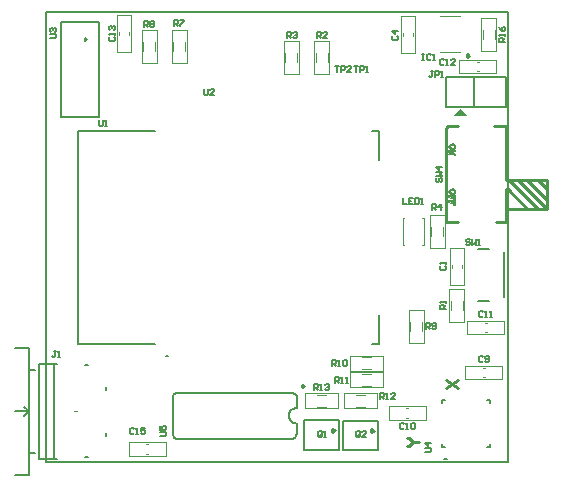
<source format=gto>
G04*
G04 #@! TF.GenerationSoftware,Altium Limited,Altium Designer,21.0.8 (223)*
G04*
G04 Layer_Color=65535*
%FSLAX25Y25*%
%MOIN*%
G70*
G04*
G04 #@! TF.SameCoordinates,86129925-6DC0-4F64-9783-D3B182DB2879*
G04*
G04*
G04 #@! TF.FilePolarity,Positive*
G04*
G01*
G75*
%ADD10C,0.00500*%
%ADD11C,0.00984*%
%ADD12C,0.00787*%
%ADD13C,0.01000*%
%ADD14C,0.00800*%
%ADD15C,0.00400*%
%ADD16C,0.00394*%
%ADD17C,0.00700*%
%ADD18C,0.00315*%
%ADD19C,0.00600*%
G36*
X194900Y163900D02*
X192400Y161400D01*
X197400D01*
X194900Y163900D01*
D02*
G37*
D10*
X70224Y187000D02*
X69588Y187367D01*
Y186633D01*
X70224Y187000D01*
X61600Y161200D02*
Y192800D01*
Y161200D02*
X74200D01*
Y192800D01*
X61600D02*
X74200D01*
X67303Y156433D02*
X92894D01*
X67303Y85567D02*
Y156433D01*
Y85567D02*
X92894D01*
X165138Y156433D02*
X167697D01*
Y146787D02*
Y156433D01*
Y85567D02*
Y95213D01*
X165138Y85567D02*
X167697D01*
X209200Y101000D02*
Y116000D01*
X200600Y117100D02*
X204400D01*
X200600Y99900D02*
X204400D01*
X188705Y51000D02*
X189734D01*
X188705D02*
Y52030D01*
X204453Y51000D02*
Y52030D01*
X203423Y51000D02*
X204453D01*
X203423Y66748D02*
X204453D01*
Y65719D02*
Y66748D01*
X188705Y65719D02*
Y66748D01*
X189734D01*
X155600Y50221D02*
Y59921D01*
X167400Y50221D02*
Y59921D01*
X155600Y50221D02*
X167400D01*
X155600Y59921D02*
X167400D01*
X142600Y50300D02*
Y60000D01*
X154400Y50300D02*
Y60000D01*
X142600Y50300D02*
X154400D01*
X142600Y60000D02*
X154400D01*
X56500Y46000D02*
X210500D01*
X56500Y196000D02*
X210500D01*
X56500D02*
X77500D01*
X210500Y46000D02*
X210500Y196000D01*
X189500D02*
X210500D01*
Y175000D02*
Y196000D01*
Y46000D02*
Y67000D01*
X189500Y46000D02*
X210500D01*
X56500D02*
Y67000D01*
Y46000D02*
X77500D01*
X56500D02*
X56500Y196000D01*
D11*
X197597Y181562D02*
X196859Y181988D01*
Y181136D01*
X197597Y181562D01*
X165792Y56621D02*
X165054Y57047D01*
Y56195D01*
X165792Y56621D01*
X152792Y56700D02*
X152054Y57126D01*
Y56274D01*
X152792Y56700D01*
D12*
X97224Y81630D02*
X96437D01*
X97224D01*
X190083Y47063D02*
X189295D01*
X190083D01*
X49252Y64575D02*
X50827Y63000D01*
X49252Y61425D02*
X50827Y63000D01*
X46102D02*
X50827D01*
Y76780D02*
X52795D01*
X50827Y49220D02*
X52795D01*
X76614Y70087D02*
Y71268D01*
X69724Y47646D02*
X70512D01*
X56535Y47252D02*
Y78748D01*
X59291Y47252D02*
Y78748D01*
X54173Y47252D02*
X60276D01*
X54173Y78748D02*
X60276D01*
X54173Y47252D02*
Y78748D01*
X69724Y78354D02*
X70512D01*
X76614Y54732D02*
Y55913D01*
X46102Y84260D02*
X50827D01*
Y41740D02*
Y84260D01*
X46102Y41740D02*
X50827D01*
D13*
X142500Y71500D02*
X141750Y71933D01*
Y71067D01*
X142500Y71500D01*
X210000Y140000D02*
X219500D01*
X210000Y130500D02*
X219500D01*
X190000Y157500D02*
X190500Y158000D01*
X194000D01*
X190000Y126000D02*
Y157500D01*
Y126000D02*
X194000D01*
X206500D02*
X210000D01*
Y130500D01*
Y140000D02*
Y158000D01*
X206000D02*
X210000D01*
X219500Y140000D02*
X223500D01*
Y130500D02*
Y140000D01*
X219500Y130500D02*
X223500D01*
X219500Y140000D02*
X220500D01*
X223500Y137000D01*
X216000Y140000D02*
X217000D01*
X223500Y133000D02*
Y133500D01*
X217000Y140000D02*
X223500Y133500D01*
X223000Y130500D02*
Y131000D01*
X214000Y140000D02*
X223000Y131000D01*
X211000Y140000D02*
X220500Y130500D01*
X210500Y137000D02*
X217000Y130500D01*
X210000D02*
Y137000D01*
X177001Y54000D02*
X177668D01*
X179001Y52667D01*
X177668Y51334D01*
X177001D01*
X179001Y52667D02*
X181000D01*
X190001Y73500D02*
X194000Y70834D01*
X190001D02*
X194000Y73500D01*
D14*
X99897Y69161D02*
X99037Y68634D01*
X98801Y67653D01*
X138712Y53839D02*
X139531Y54170D01*
X140076Y54867D01*
X140199Y55742D01*
X98800Y55337D02*
X99239Y54277D01*
X100300Y53837D01*
X140199Y68066D02*
X139672Y68926D01*
X138691Y69161D01*
X140000Y64100D02*
X139043Y63910D01*
X138232Y63368D01*
X137690Y62557D01*
X137500Y61600D01*
X137690Y60643D01*
X138232Y59832D01*
X139043Y59290D01*
X140000Y59100D01*
X100300Y53837D02*
X138700D01*
X99906Y69163D02*
X138700D01*
X98800Y55337D02*
Y67663D01*
X140200Y55781D02*
Y59100D01*
Y64100D02*
Y68056D01*
D15*
X182000Y118500D02*
X182500D01*
Y127500D01*
X182000D02*
X182500D01*
X175500Y118500D02*
X176000D01*
X175500D02*
Y127500D01*
X176000D01*
X80900Y188600D02*
Y189400D01*
X84100Y188600D02*
Y189400D01*
X84800Y182800D02*
Y195200D01*
X80200Y182800D02*
X84800D01*
X80200D02*
Y195200D01*
X84800D01*
X175600Y188249D02*
Y189049D01*
X178799Y188249D02*
Y189049D01*
X179499Y182449D02*
Y194849D01*
X174899Y182449D02*
X179499D01*
X174899D02*
Y194849D01*
X179499D01*
X200100Y176400D02*
X200900D01*
X200100Y179600D02*
X200900D01*
X194300Y180300D02*
X206700D01*
Y175700D02*
Y180300D01*
X194300Y175700D02*
X206700D01*
X194300D02*
Y180300D01*
X191200Y105100D02*
X195800D01*
Y117500D01*
X191200D02*
X195800D01*
X191200Y105100D02*
Y117500D01*
X191900Y110900D02*
Y111700D01*
X195100Y110900D02*
Y111700D01*
X197000Y88700D02*
Y93300D01*
Y88700D02*
X209400D01*
Y93300D01*
X197000D02*
X209400D01*
X202800Y92600D02*
X203600D01*
X202800Y89400D02*
X203600D01*
X196300Y73700D02*
Y78300D01*
Y73700D02*
X208700D01*
Y78300D01*
X196300D02*
X208700D01*
X202100Y77600D02*
X202900D01*
X202100Y74400D02*
X202900D01*
X170800Y60200D02*
Y64800D01*
Y60200D02*
X183200D01*
Y64800D01*
X170800D02*
X183200D01*
X176600Y64100D02*
X177400D01*
X176600Y60900D02*
X177400D01*
X84100Y48176D02*
Y52776D01*
Y48176D02*
X96500D01*
Y52776D01*
X84100D02*
X96500D01*
X89900Y52076D02*
X90700D01*
X89900Y48876D02*
X90700D01*
D16*
X184500Y128500D02*
X189500D01*
X184500Y119500D02*
Y128500D01*
Y117500D02*
Y119500D01*
Y117500D02*
X189500D01*
Y128500D01*
X185000Y121500D02*
Y124500D01*
X189000Y121500D02*
Y124500D01*
X146000Y175500D02*
X151000D01*
Y184500D01*
Y186500D01*
X146000D02*
X151000D01*
X146000Y175500D02*
Y186500D01*
X150500Y179500D02*
Y182500D01*
X146500Y179500D02*
Y182500D01*
X135900Y175500D02*
X140900D01*
Y184500D01*
Y186500D01*
X135900D02*
X140900D01*
X135900Y175500D02*
Y186500D01*
X140400Y179500D02*
Y182500D01*
X136400Y179500D02*
Y182500D01*
X98501Y179000D02*
X103500D01*
Y188000D01*
Y190000D01*
X98501D02*
X103500D01*
X98501Y179000D02*
Y190000D01*
X103000Y183000D02*
Y186000D01*
X99001Y183000D02*
Y186000D01*
X88500Y179000D02*
X93500D01*
Y188000D01*
Y190000D01*
X88500D02*
X93500D01*
X88500Y179000D02*
Y190000D01*
X93000Y183000D02*
Y186000D01*
X89000Y183000D02*
Y186000D01*
X206200Y187149D02*
Y190149D01*
X202200Y187149D02*
Y190149D01*
X206699Y183149D02*
Y194149D01*
X201699Y183149D02*
X206699D01*
X201699D02*
Y185149D01*
Y194149D01*
X206699D01*
X187755Y182645D02*
X194644D01*
X187755Y194653D02*
X194644D01*
X178000Y89851D02*
Y92851D01*
X182001Y89851D02*
Y92851D01*
X177500Y85851D02*
Y96851D01*
X182501D01*
Y94851D02*
Y96851D01*
Y85851D02*
Y94851D01*
X177500Y85851D02*
X182501D01*
X195500Y96900D02*
Y99900D01*
X191500Y96900D02*
Y99900D01*
X196000Y92900D02*
Y103900D01*
X191000Y92900D02*
X196000D01*
X191000D02*
Y94900D01*
Y103900D01*
X196000D01*
X162000Y81000D02*
X165000D01*
X162000Y77000D02*
X165000D01*
X158000Y81500D02*
X169000D01*
Y76500D02*
Y81500D01*
X167000Y76500D02*
X169000D01*
X158000D02*
X167000D01*
X158000D02*
Y81500D01*
X162000Y75500D02*
X165000D01*
X162000Y71500D02*
X165000D01*
X158000Y76000D02*
X169000D01*
Y71000D02*
Y76000D01*
X167000Y71000D02*
X169000D01*
X158000D02*
X167000D01*
X158000D02*
Y76000D01*
X159949Y64501D02*
X162949D01*
X159949Y68501D02*
X162949D01*
X155949Y64001D02*
X166949D01*
X155949D02*
Y69001D01*
X157949D01*
X166949D01*
Y64001D02*
Y69001D01*
X146949Y64500D02*
X149949D01*
X146949Y68501D02*
X149949D01*
X142949Y64000D02*
X153949D01*
X142949D02*
Y69001D01*
X144949D01*
X153949D01*
Y64000D02*
Y69001D01*
D17*
X199400Y164500D02*
Y174400D01*
X209900Y164500D02*
Y174500D01*
X189900D02*
X209900D01*
X189900Y164500D02*
Y174500D01*
Y164500D02*
X209900D01*
D18*
X65984Y63000D02*
X66772D01*
D19*
X193000Y151333D02*
X192904Y151619D01*
X192714Y151810D01*
X192524Y151905D01*
X192143Y152000D01*
X191857D01*
X191476Y151905D01*
X191286Y151810D01*
X191095Y151619D01*
X191000Y151333D01*
Y151143D01*
X191095Y150857D01*
X191286Y150667D01*
X191476Y150572D01*
X191857Y150477D01*
X192143D01*
X192524Y150572D01*
X192714Y150667D01*
X192904Y150857D01*
X193000Y151143D01*
Y151333D01*
X192904Y151524D01*
X192714Y151714D01*
X192524Y151810D01*
X192143Y151905D01*
X191857D01*
X191476Y151810D01*
X191286Y151714D01*
X191095Y151524D01*
X191000Y151333D01*
Y151143D02*
X191095Y150953D01*
X191286Y150762D01*
X191476Y150667D01*
X191857Y150572D01*
X192143D01*
X192524Y150667D01*
X192714Y150762D01*
X192904Y150953D01*
X193000Y151143D01*
Y149915D02*
X191000D01*
X193000Y149820D02*
X191190Y148677D01*
X192809Y149820D02*
X191000Y148677D01*
X193000D02*
X191000D01*
X193000Y150200D02*
Y149820D01*
Y148963D02*
Y148391D01*
X191000Y150200D02*
Y149629D01*
X193000Y136334D02*
X192904Y136619D01*
X192714Y136810D01*
X192524Y136905D01*
X192143Y137000D01*
X191857D01*
X191476Y136905D01*
X191286Y136810D01*
X191095Y136619D01*
X191000Y136334D01*
Y136143D01*
X191095Y135857D01*
X191286Y135667D01*
X191476Y135572D01*
X191857Y135477D01*
X192143D01*
X192524Y135572D01*
X192714Y135667D01*
X192904Y135857D01*
X193000Y136143D01*
Y136334D01*
X192904Y136524D01*
X192714Y136714D01*
X192524Y136810D01*
X192143Y136905D01*
X191857D01*
X191476Y136810D01*
X191286Y136714D01*
X191095Y136524D01*
X191000Y136334D01*
Y136143D02*
X191095Y135953D01*
X191286Y135762D01*
X191476Y135667D01*
X191857Y135572D01*
X192143D01*
X192524Y135667D01*
X192714Y135762D01*
X192904Y135953D01*
X193000Y136143D01*
Y134915D02*
X191000D01*
X193000Y134819D02*
X191000D01*
X192428Y134248D02*
X191666D01*
X193000Y135200D02*
Y133677D01*
X192428D01*
X193000Y133772D01*
X192047Y134819D02*
Y134248D01*
X191000Y135200D02*
Y134534D01*
X193000Y133115D02*
X191000D01*
X193000Y133020D02*
X191000D01*
X192428Y132449D02*
X191666D01*
X193000Y133401D02*
Y131877D01*
X192428D01*
X193000Y131973D01*
X192047Y133020D02*
Y132449D01*
X191000Y133401D02*
Y132734D01*
X94500Y54834D02*
X96166D01*
X96500Y55167D01*
Y55834D01*
X96166Y56167D01*
X94500D01*
Y58166D02*
Y56833D01*
X95500D01*
X95167Y57500D01*
Y57833D01*
X95500Y58166D01*
X96166D01*
X96500Y57833D01*
Y57166D01*
X96166Y56833D01*
X183000Y49334D02*
X184666D01*
X185000Y49667D01*
Y50334D01*
X184666Y50667D01*
X183000D01*
X185000Y52333D02*
X183000D01*
X184000Y51333D01*
Y52666D01*
X58000Y187334D02*
X59666D01*
X60000Y187667D01*
Y188334D01*
X59666Y188667D01*
X58000D01*
X58333Y189333D02*
X58000Y189666D01*
Y190333D01*
X58333Y190666D01*
X58667D01*
X59000Y190333D01*
Y190000D01*
Y190333D01*
X59333Y190666D01*
X59666D01*
X60000Y190333D01*
Y189666D01*
X59666Y189333D01*
X109334Y170500D02*
Y168834D01*
X109667Y168500D01*
X110334D01*
X110667Y168834D01*
Y170500D01*
X112666Y168500D02*
X111333D01*
X112666Y169833D01*
Y170167D01*
X112333Y170500D01*
X111667D01*
X111333Y170167D01*
X74167Y160000D02*
Y158334D01*
X74500Y158000D01*
X75167D01*
X75500Y158334D01*
Y160000D01*
X76166Y158000D02*
X76833D01*
X76500D01*
Y160000D01*
X76166Y159667D01*
X152834Y178000D02*
X154167D01*
X153501D01*
Y176000D01*
X154833D02*
Y178000D01*
X155833D01*
X156167Y177666D01*
Y177000D01*
X155833Y176667D01*
X154833D01*
X158166Y176000D02*
X156833D01*
X158166Y177333D01*
Y177666D01*
X157833Y178000D01*
X157166D01*
X156833Y177666D01*
X159167Y178000D02*
X160500D01*
X159834D01*
Y176000D01*
X161167D02*
Y178000D01*
X162167D01*
X162500Y177666D01*
Y177000D01*
X162167Y176667D01*
X161167D01*
X163166Y176000D02*
X163833D01*
X163499D01*
Y178000D01*
X163166Y177666D01*
X186834Y140667D02*
X186500Y140334D01*
Y139667D01*
X186834Y139334D01*
X187167D01*
X187500Y139667D01*
Y140334D01*
X187833Y140667D01*
X188166D01*
X188500Y140334D01*
Y139667D01*
X188166Y139334D01*
X186500Y141334D02*
X188500D01*
X187833Y142000D01*
X188500Y142666D01*
X186500D01*
X188500Y144333D02*
X186500D01*
X187500Y143333D01*
Y144666D01*
X198000Y120167D02*
X197667Y120500D01*
X197001D01*
X196667Y120167D01*
Y119833D01*
X197001Y119500D01*
X197667D01*
X198000Y119167D01*
Y118834D01*
X197667Y118500D01*
X197001D01*
X196667Y118834D01*
X198667Y120500D02*
Y118500D01*
X199333Y119167D01*
X200000Y118500D01*
Y120500D01*
X200666Y118500D02*
X201333D01*
X200999D01*
Y120500D01*
X200666Y120167D01*
X209500Y186001D02*
X207500D01*
Y187001D01*
X207834Y187334D01*
X208500D01*
X208833Y187001D01*
Y186001D01*
Y186667D02*
X209500Y187334D01*
Y188000D02*
Y188667D01*
Y188333D01*
X207500D01*
X207834Y188000D01*
X207500Y190999D02*
X207834Y190333D01*
X208500Y189666D01*
X209166D01*
X209500Y189999D01*
Y190666D01*
X209166Y190999D01*
X208833D01*
X208500Y190666D01*
Y189666D01*
X146001Y70000D02*
Y72000D01*
X147001D01*
X147334Y71667D01*
Y71000D01*
X147001Y70667D01*
X146001D01*
X146667D02*
X147334Y70000D01*
X148000D02*
X148667D01*
X148333D01*
Y72000D01*
X148000Y71667D01*
X149666D02*
X149999Y72000D01*
X150666D01*
X150999Y71667D01*
Y71333D01*
X150666Y71000D01*
X150333D01*
X150666D01*
X150999Y70667D01*
Y70334D01*
X150666Y70000D01*
X149999D01*
X149666Y70334D01*
X168001Y67000D02*
Y69000D01*
X169000D01*
X169334Y68666D01*
Y68000D01*
X169000Y67667D01*
X168001D01*
X168667D02*
X169334Y67000D01*
X170000D02*
X170667D01*
X170333D01*
Y69000D01*
X170000Y68666D01*
X172999Y67000D02*
X171666D01*
X172999Y68333D01*
Y68666D01*
X172666Y69000D01*
X172000D01*
X171666Y68666D01*
X152834Y72500D02*
Y74500D01*
X153834D01*
X154167Y74167D01*
Y73500D01*
X153834Y73167D01*
X152834D01*
X153500D02*
X154167Y72500D01*
X154833D02*
X155500D01*
X155167D01*
Y74500D01*
X154833Y74167D01*
X156500Y72500D02*
X157166D01*
X156833D01*
Y74500D01*
X156500Y74167D01*
X152001Y78000D02*
Y80000D01*
X153000D01*
X153334Y79667D01*
Y79000D01*
X153000Y78667D01*
X152001D01*
X152667D02*
X153334Y78000D01*
X154000D02*
X154667D01*
X154333D01*
Y80000D01*
X154000Y79667D01*
X155666D02*
X156000Y80000D01*
X156666D01*
X156999Y79667D01*
Y78334D01*
X156666Y78000D01*
X156000D01*
X155666Y78334D01*
Y79667D01*
X183334Y90500D02*
Y92500D01*
X184334D01*
X184667Y92167D01*
Y91500D01*
X184334Y91167D01*
X183334D01*
X184000D02*
X184667Y90500D01*
X185333Y90834D02*
X185667Y90500D01*
X186333D01*
X186666Y90834D01*
Y92167D01*
X186333Y92500D01*
X185667D01*
X185333Y92167D01*
Y91833D01*
X185667Y91500D01*
X186666D01*
X89334Y191000D02*
Y193000D01*
X90334D01*
X90667Y192666D01*
Y192000D01*
X90334Y191667D01*
X89334D01*
X90000D02*
X90667Y191000D01*
X91333Y192666D02*
X91667Y193000D01*
X92333D01*
X92666Y192666D01*
Y192333D01*
X92333Y192000D01*
X92666Y191667D01*
Y191334D01*
X92333Y191000D01*
X91667D01*
X91333Y191334D01*
Y191667D01*
X91667Y192000D01*
X91333Y192333D01*
Y192666D01*
X91667Y192000D02*
X92333D01*
X99334Y191500D02*
Y193500D01*
X100334D01*
X100667Y193166D01*
Y192500D01*
X100334Y192167D01*
X99334D01*
X100000D02*
X100667Y191500D01*
X101333Y193500D02*
X102666D01*
Y193166D01*
X101333Y191834D01*
Y191500D01*
X185334Y130000D02*
Y132000D01*
X186334D01*
X186667Y131667D01*
Y131000D01*
X186334Y130667D01*
X185334D01*
X186000D02*
X186667Y130000D01*
X188333D02*
Y132000D01*
X187333Y131000D01*
X188666D01*
X136834Y187500D02*
Y189500D01*
X137834D01*
X138167Y189166D01*
Y188500D01*
X137834Y188167D01*
X136834D01*
X137500D02*
X138167Y187500D01*
X138833Y189166D02*
X139166Y189500D01*
X139833D01*
X140166Y189166D01*
Y188833D01*
X139833Y188500D01*
X139500D01*
X139833D01*
X140166Y188167D01*
Y187834D01*
X139833Y187500D01*
X139166D01*
X138833Y187834D01*
X146834Y187500D02*
Y189500D01*
X147834D01*
X148167Y189166D01*
Y188500D01*
X147834Y188167D01*
X146834D01*
X147500D02*
X148167Y187500D01*
X150166D02*
X148833D01*
X150166Y188833D01*
Y189166D01*
X149833Y189500D01*
X149167D01*
X148833Y189166D01*
X190000Y97167D02*
X188000D01*
Y98167D01*
X188333Y98500D01*
X189000D01*
X189333Y98167D01*
Y97167D01*
Y97834D02*
X190000Y98500D01*
Y99167D02*
Y99833D01*
Y99500D01*
X188000D01*
X188333Y99167D01*
X161167Y54834D02*
Y56166D01*
X160834Y56500D01*
X160167D01*
X159834Y56166D01*
Y54834D01*
X160167Y54500D01*
X160834D01*
X160500Y55167D02*
X161167Y54500D01*
X160834D02*
X161167Y54834D01*
X163166Y54500D02*
X161833D01*
X163166Y55833D01*
Y56166D01*
X162833Y56500D01*
X162167D01*
X161833Y56166D01*
X148500Y54834D02*
Y56166D01*
X148167Y56500D01*
X147500D01*
X147167Y56166D01*
Y54834D01*
X147500Y54500D01*
X148167D01*
X147834Y55167D02*
X148500Y54500D01*
X148167D02*
X148500Y54834D01*
X149167Y54500D02*
X149833D01*
X149500D01*
Y56500D01*
X149167Y56166D01*
X175668Y134000D02*
Y132000D01*
X177001D01*
X179000Y134000D02*
X177667D01*
Y132000D01*
X179000D01*
X177667Y133000D02*
X178333D01*
X179666Y134000D02*
Y132000D01*
X180666D01*
X180999Y132334D01*
Y133667D01*
X180666Y134000D01*
X179666D01*
X181666Y132000D02*
X182332D01*
X181999D01*
Y134000D01*
X181666Y133667D01*
X185500Y176500D02*
X184834D01*
X185167D01*
Y174834D01*
X184834Y174500D01*
X184501D01*
X184167Y174834D01*
X186167Y174500D02*
Y176500D01*
X187167D01*
X187500Y176166D01*
Y175500D01*
X187167Y175167D01*
X186167D01*
X188166Y174500D02*
X188833D01*
X188499D01*
Y176500D01*
X188166Y176166D01*
X60000Y83000D02*
X59334D01*
X59667D01*
Y81334D01*
X59334Y81000D01*
X59000D01*
X58667Y81334D01*
X60666Y81000D02*
X61333D01*
X61000D01*
Y83000D01*
X60666Y82666D01*
X181834Y182000D02*
X182501D01*
X182167D01*
Y180000D01*
X181834D01*
X182501D01*
X184833Y181667D02*
X184500Y182000D01*
X183833D01*
X183500Y181667D01*
Y180334D01*
X183833Y180000D01*
X184500D01*
X184833Y180334D01*
X185500Y180000D02*
X186166D01*
X185833D01*
Y182000D01*
X185500Y181667D01*
X85833Y57266D02*
X85500Y57599D01*
X84833D01*
X84500Y57266D01*
Y55933D01*
X84833Y55600D01*
X85500D01*
X85833Y55933D01*
X86499Y55600D02*
X87166D01*
X86833D01*
Y57599D01*
X86499Y57266D01*
X89498Y57599D02*
X88165D01*
Y56600D01*
X88832Y56933D01*
X89165D01*
X89498Y56600D01*
Y55933D01*
X89165Y55600D01*
X88499D01*
X88165Y55933D01*
X77833Y187834D02*
X77500Y187501D01*
Y186834D01*
X77833Y186501D01*
X79166D01*
X79500Y186834D01*
Y187501D01*
X79166Y187834D01*
X79500Y188500D02*
Y189167D01*
Y188833D01*
X77500D01*
X77833Y188500D01*
Y190166D02*
X77500Y190499D01*
Y191166D01*
X77833Y191499D01*
X78167D01*
X78500Y191166D01*
Y190833D01*
Y191166D01*
X78833Y191499D01*
X79166D01*
X79500Y191166D01*
Y190499D01*
X79166Y190166D01*
X189334Y180166D02*
X189000Y180500D01*
X188334D01*
X188001Y180166D01*
Y178834D01*
X188334Y178500D01*
X189000D01*
X189334Y178834D01*
X190000Y178500D02*
X190667D01*
X190333D01*
Y180500D01*
X190000Y180166D01*
X192999Y178500D02*
X191666D01*
X192999Y179833D01*
Y180166D01*
X192666Y180500D01*
X191999D01*
X191666Y180166D01*
X202167Y96166D02*
X201834Y96500D01*
X201167D01*
X200834Y96166D01*
Y94834D01*
X201167Y94500D01*
X201834D01*
X202167Y94834D01*
X202833Y94500D02*
X203500D01*
X203167D01*
Y96500D01*
X202833Y96166D01*
X204500Y94500D02*
X205166D01*
X204833D01*
Y96500D01*
X204500Y96166D01*
X175834Y58666D02*
X175501Y59000D01*
X174834D01*
X174501Y58666D01*
Y57334D01*
X174834Y57000D01*
X175501D01*
X175834Y57334D01*
X176500Y57000D02*
X177167D01*
X176833D01*
Y59000D01*
X176500Y58666D01*
X178166D02*
X178499Y59000D01*
X179166D01*
X179499Y58666D01*
Y57334D01*
X179166Y57000D01*
X178499D01*
X178166Y57334D01*
Y58666D01*
X202167Y81166D02*
X201834Y81500D01*
X201167D01*
X200834Y81166D01*
Y79834D01*
X201167Y79500D01*
X201834D01*
X202167Y79834D01*
X202833D02*
X203167Y79500D01*
X203833D01*
X204166Y79834D01*
Y81166D01*
X203833Y81500D01*
X203167D01*
X202833Y81166D01*
Y80833D01*
X203167Y80500D01*
X204166D01*
X172334Y188167D02*
X172000Y187834D01*
Y187167D01*
X172334Y186834D01*
X173666D01*
X174000Y187167D01*
Y187834D01*
X173666Y188167D01*
X174000Y189833D02*
X172000D01*
X173000Y188833D01*
Y190166D01*
X188333Y111500D02*
X188000Y111167D01*
Y110500D01*
X188333Y110167D01*
X189666D01*
X190000Y110500D01*
Y111167D01*
X189666Y111500D01*
X190000Y112167D02*
Y112833D01*
Y112500D01*
X188000D01*
X188333Y112167D01*
M02*

</source>
